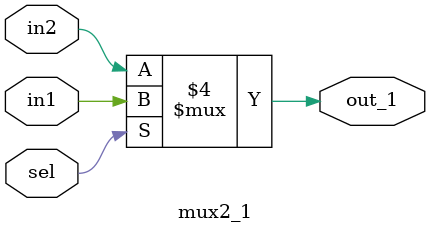
<source format=v>
module mux2_1 (
    input wire  in1,
    input wire  in2,
    input wire  sel,
    output  reg [0:0] out_1
);

always @(*) begin
    if(sel == 1'd1)
        out_1 = in1;

    else 
        out_1 = in2;
end
    
endmodule
</source>
